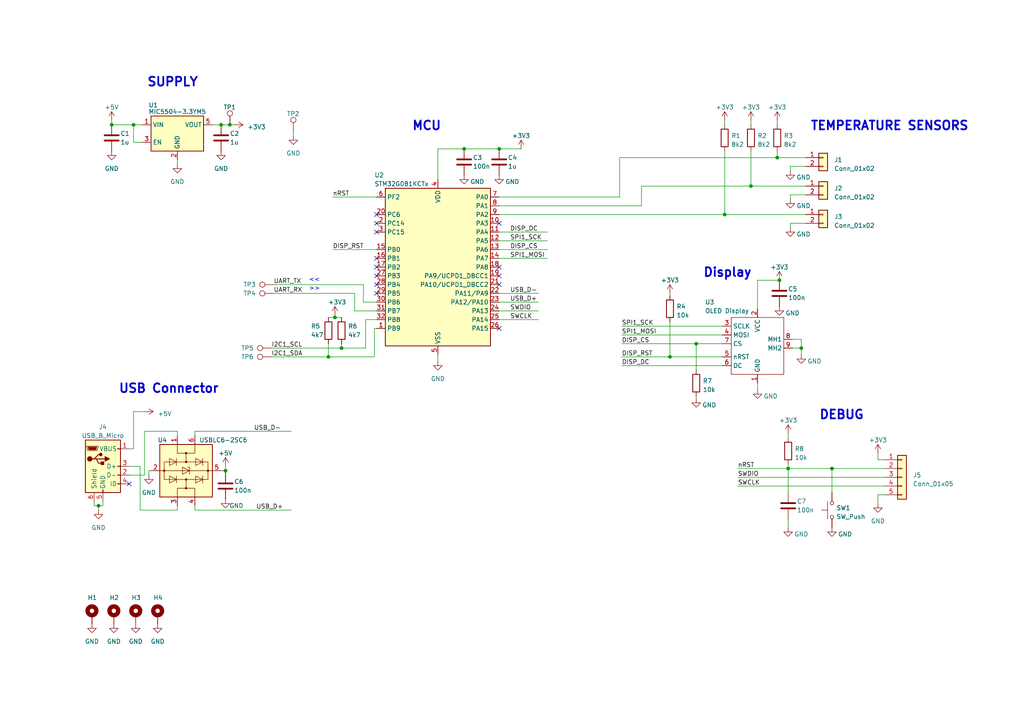
<source format=kicad_sch>
(kicad_sch (version 20230121) (generator eeschema)
  (paper "A4")
  (lib_symbols
    (symbol "Connector:TestPoint" (pin_numbers hide) (pin_names (offset 0.762) hide)
      (property "Reference" "TP" (at 0 6.858 0))
      (property "Value" "TestPoint" (at 0 5.08 0))
      (symbol "TestPoint_0_1"
        (circle (center 0 3.302) (radius 0.762))
      )
      (symbol "TestPoint_1_1"
        (pin passive line (at 0 0 90) (length 2.54) (name "1") (number "1"))
      )
    )
    (symbol "Connector:USB_B_Micro" (pin_names (offset 1.016))
      (property "Reference" "J" (at -5.08 11.43 0))
      (property "Value" "USB_B_Micro" (at -5.08 8.89 0))
      (symbol "USB_B_Micro_0_1"
        (rectangle (start -5.08 -7.62) (end 5.08 7.62) (stroke (width 0.254)) (fill (type background)))
        (circle (center -3.81 2.159) (radius 0.635) (stroke (width 0.254)) (fill (type outline)))
        (circle (center -0.635 3.429) (radius 0.381) (stroke (width 0.254)) (fill (type outline)))
        (rectangle (start -0.127 -7.62) (end 0.127 -6.858))
        (polyline (pts (xy -1.905 2.159) (xy 0.635 2.159)) (stroke (width 0.254)))
        (polyline (pts (xy -3.175 2.159) (xy -2.54 2.159) (xy -1.27 3.429) (xy -0.635 3.429)) (stroke (width 0.254)))
        (polyline (pts (xy -2.54 2.159) (xy -1.905 2.159) (xy -1.27 0.889) (xy 0 0.889)) (stroke (width 0.254)))
        (polyline (pts (xy 0.635 2.794) (xy 0.635 1.524) (xy 1.905 2.159) (xy 0.635 2.794)) (stroke (width 0.254)) (fill (type outline)))
        (polyline (pts (xy -4.318 5.588) (xy -1.778 5.588) (xy -2.032 4.826) (xy -4.064 4.826) (xy -4.318 5.588)) (fill (type outline)))
        (polyline (pts (xy -4.699 5.842) (xy -4.699 5.588) (xy -4.445 4.826) (xy -4.445 4.572) (xy -1.651 4.572) (xy -1.651 4.826) (xy -1.397 5.588) (xy -1.397 5.842) (xy -4.699 5.842)))
        (rectangle (start 0.254 1.27) (end -0.508 0.508) (stroke (width 0.254)) (fill (type outline)))
        (rectangle (start 5.08 -5.207) (end 4.318 -4.953))
        (rectangle (start 5.08 -2.667) (end 4.318 -2.413))
        (rectangle (start 5.08 -0.127) (end 4.318 0.127))
        (rectangle (start 5.08 4.953) (end 4.318 5.207))
      )
      (symbol "USB_B_Micro_1_1"
        (pin power_out line (at 7.62 5.08 180) (length 2.54) (name "VBUS") (number "1"))
        (pin bidirectional line (at 7.62 -2.54 180) (length 2.54) (name "D-") (number "2"))
        (pin bidirectional line (at 7.62 0 180) (length 2.54) (name "D+") (number "3"))
        (pin passive line (at 7.62 -5.08 180) (length 2.54) (name "ID") (number "4"))
        (pin power_out line (at 0 -10.16 90) (length 2.54) (name "GND") (number "5"))
        (pin passive line (at -2.54 -10.16 90) (length 2.54) (name "Shield") (number "6"))
      )
    )
    (symbol "Connector_Generic:Conn_01x02" (pin_names (offset 1.016) hide)
      (property "Reference" "J" (at 0 2.54 0))
      (property "Value" "Conn_01x02" (at 0 -5.08 0))
      (symbol "Conn_01x02_1_1"
        (rectangle (start -1.27 -2.413) (end 0 -2.667) (stroke (width 0.1524)))
        (rectangle (start -1.27 0.127) (end 0 -0.127) (stroke (width 0.1524)))
        (rectangle (start -1.27 1.27) (end 1.27 -3.81) (stroke (width 0.254)) (fill (type background)))
        (pin passive line (at -5.08 0 0) (length 3.81) (name "Pin_1") (number "1"))
        (pin passive line (at -5.08 -2.54 0) (length 3.81) (name "Pin_2") (number "2"))
      )
    )
    (symbol "Connector_Generic:Conn_01x05" (pin_names (offset 1.016) hide)
      (property "Reference" "J" (at 0 7.62 0))
      (property "Value" "Conn_01x05" (at 0 -7.62 0))
      (symbol "Conn_01x05_1_1"
        (rectangle (start -1.27 -4.953) (end 0 -5.207) (stroke (width 0.1524)))
        (rectangle (start -1.27 -2.413) (end 0 -2.667) (stroke (width 0.1524)))
        (rectangle (start -1.27 0.127) (end 0 -0.127) (stroke (width 0.1524)))
        (rectangle (start -1.27 2.667) (end 0 2.413) (stroke (width 0.1524)))
        (rectangle (start -1.27 5.207) (end 0 4.953) (stroke (width 0.1524)))
        (rectangle (start -1.27 6.35) (end 1.27 -6.35) (stroke (width 0.254)) (fill (type background)))
        (pin passive line (at -5.08 5.08 0) (length 3.81) (name "Pin_1") (number "1"))
        (pin passive line (at -5.08 2.54 0) (length 3.81) (name "Pin_2") (number "2"))
        (pin passive line (at -5.08 0 0) (length 3.81) (name "Pin_3") (number "3"))
        (pin passive line (at -5.08 -2.54 0) (length 3.81) (name "Pin_4") (number "4"))
        (pin passive line (at -5.08 -5.08 0) (length 3.81) (name "Pin_5") (number "5"))
      )
    )
    (symbol "Device:C" (pin_numbers hide) (pin_names (offset 0.254))
      (property "Reference" "C" (at 0.635 2.54 0))
      (property "Value" "C" (at 0.635 -2.54 0))
      (symbol "C_0_1"
        (polyline (pts (xy -2.032 -0.762) (xy 2.032 -0.762)) (stroke (width 0.508)))
        (polyline (pts (xy -2.032 0.762) (xy 2.032 0.762)) (stroke (width 0.508)))
      )
      (symbol "C_1_1"
        (pin passive line (at 0 3.81 270) (length 2.794) (name "~") (number "1"))
        (pin passive line (at 0 -3.81 90) (length 2.794) (name "~") (number "2"))
      )
    )
    (symbol "Device:R" (pin_numbers hide) (pin_names (offset 0))
      (property "Reference" "R" (at 2.032 0 90))
      (property "Value" "R" (at 0 0 90))
      (symbol "R_0_1"
        (rectangle (start -1.016 -2.54) (end 1.016 2.54) (stroke (width 0.254)))
      )
      (symbol "R_1_1"
        (pin passive line (at 0 3.81 270) (length 1.27) (name "~") (number "1"))
        (pin passive line (at 0 -3.81 90) (length 1.27) (name "~") (number "2"))
      )
    )
    (symbol "MCU_ST_STM32G0:STM32G0B1KCTx"
      (property "Reference" "U" (at -15.24 24.13 0))
      (property "Value" "STM32G0B1KCTx" (at 2.54 24.13 0))
      (symbol "STM32G0B1KCTx_0_1"
        (rectangle (start -15.24 -22.86) (end 15.24 22.86) (stroke (width 0.254)) (fill (type background)))
      )
      (symbol "STM32G0B1KCTx_1_1"
        (pin bidirectional line (at -17.78 -17.78 0) (length 2.54) (name "PB9") (number "1"))
        (pin bidirectional line (at 17.78 12.7 180) (length 2.54) (name "PA3") (number "10"))
        (pin bidirectional line (at 17.78 10.16 180) (length 2.54) (name "PA4") (number "11"))
        (pin bidirectional line (at 17.78 7.62 180) (length 2.54) (name "PA5") (number "12"))
        (pin bidirectional line (at 17.78 5.08 180) (length 2.54) (name "PA6") (number "13"))
        (pin bidirectional line (at 17.78 2.54 180) (length 2.54) (name "PA7") (number "14"))
        (pin bidirectional line (at -17.78 5.08 0) (length 2.54) (name "PB0") (number "15"))
        (pin bidirectional line (at -17.78 2.54 0) (length 2.54) (name "PB1") (number "16"))
        (pin bidirectional line (at -17.78 0 0) (length 2.54) (name "PB2") (number "17"))
        (pin bidirectional line (at 17.78 0 180) (length 2.54) (name "PA8") (number "18"))
        (pin bidirectional line (at 17.78 -2.54 180) (length 2.54) (name "PA9/UCPD1_DBCC1") (number "19"))
        (pin bidirectional line (at -17.78 12.7 0) (length 2.54) (name "PC14") (number "2"))
        (pin bidirectional line (at -17.78 15.24 0) (length 2.54) (name "PC6") (number "20"))
        (pin bidirectional line (at 17.78 -5.08 180) (length 2.54) (name "PA10/UCPD1_DBCC2") (number "21"))
        (pin bidirectional line (at 17.78 -7.62 180) (length 2.54) (name "PA11/PA9") (number "22"))
        (pin bidirectional line (at 17.78 -10.16 180) (length 2.54) (name "PA12/PA10") (number "23"))
        (pin bidirectional line (at 17.78 -12.7 180) (length 2.54) (name "PA13") (number "24"))
        (pin bidirectional line (at 17.78 -15.24 180) (length 2.54) (name "PA14") (number "25"))
        (pin bidirectional line (at 17.78 -17.78 180) (length 2.54) (name "PA15") (number "26"))
        (pin bidirectional line (at -17.78 -2.54 0) (length 2.54) (name "PB3") (number "27"))
        (pin bidirectional line (at -17.78 -5.08 0) (length 2.54) (name "PB4") (number "28"))
        (pin bidirectional line (at -17.78 -7.62 0) (length 2.54) (name "PB5") (number "29"))
        (pin bidirectional line (at -17.78 10.16 0) (length 2.54) (name "PC15") (number "3"))
        (pin bidirectional line (at -17.78 -10.16 0) (length 2.54) (name "PB6") (number "30"))
        (pin bidirectional line (at -17.78 -12.7 0) (length 2.54) (name "PB7") (number "31"))
        (pin bidirectional line (at -17.78 -15.24 0) (length 2.54) (name "PB8") (number "32"))
        (pin power_in line (at 0 25.4 270) (length 2.54) (name "VDD") (number "4"))
        (pin power_in line (at 0 -25.4 90) (length 2.54) (name "VSS") (number "5"))
        (pin bidirectional line (at -17.78 20.32 0) (length 2.54) (name "PF2") (number "6"))
        (pin bidirectional line (at 17.78 20.32 180) (length 2.54) (name "PA0") (number "7"))
        (pin bidirectional line (at 17.78 17.78 180) (length 2.54) (name "PA1") (number "8"))
        (pin bidirectional line (at 17.78 15.24 180) (length 2.54) (name "PA2") (number "9"))
      )
    )
    (symbol "Mechanical:MountingHole_Pad" (pin_numbers hide) (pin_names (offset 1.016) hide)
      (property "Reference" "H" (at 0 6.35 0))
      (property "Value" "MountingHole_Pad" (at 0 4.445 0))
      (symbol "MountingHole_Pad_0_1"
        (circle (center 0 1.27) (radius 1.27) (stroke (width 1.27)))
      )
      (symbol "MountingHole_Pad_1_1"
        (pin input line (at 0 -2.54 90) (length 2.54) (name "1") (number "1"))
      )
    )
    (symbol "Power_Protection:USBLC6-2SC6" (pin_names hide)
      (property "Reference" "U" (at 2.54 8.89 0))
      (property "Value" "USBLC6-2SC6" (at 2.54 -8.89 0))
      (symbol "USBLC6-2SC6_0_1"
        (rectangle (start -7.62 -7.62) (end 7.62 7.62) (stroke (width 0.254)) (fill (type background)))
        (circle (center -5.08 0) (radius 0.254) (fill (type outline)))
        (circle (center -2.54 0) (radius 0.254) (fill (type outline)))
        (rectangle (start -2.54 6.35) (end 2.54 -6.35))
        (circle (center 0 -6.35) (radius 0.254) (fill (type outline)))
        (polyline (pts (xy -5.08 -2.54) (xy -7.62 -2.54)))
        (polyline (pts (xy -5.08 0) (xy -5.08 -2.54)))
        (polyline (pts (xy -5.08 2.54) (xy -7.62 2.54)))
        (polyline (pts (xy -1.524 -2.794) (xy -3.556 -2.794)))
        (polyline (pts (xy -1.524 4.826) (xy -3.556 4.826)))
        (polyline (pts (xy 0 -7.62) (xy 0 -6.35)))
        (polyline (pts (xy 0 -6.35) (xy 0 1.27)))
        (polyline (pts (xy 0 1.27) (xy 0 6.35)))
        (polyline (pts (xy 0 6.35) (xy 0 7.62)))
        (polyline (pts (xy 1.524 -2.794) (xy 3.556 -2.794)))
        (polyline (pts (xy 1.524 4.826) (xy 3.556 4.826)))
        (polyline (pts (xy 5.08 -2.54) (xy 7.62 -2.54)))
        (polyline (pts (xy 5.08 0) (xy 5.08 -2.54)))
        (polyline (pts (xy 5.08 2.54) (xy 7.62 2.54)))
        (polyline (pts (xy -2.54 0) (xy -5.08 0) (xy -5.08 2.54)))
        (polyline (pts (xy 2.54 0) (xy 5.08 0) (xy 5.08 2.54)))
        (polyline (pts (xy -3.556 -4.826) (xy -1.524 -4.826) (xy -2.54 -2.794) (xy -3.556 -4.826)))
        (polyline (pts (xy -3.556 2.794) (xy -1.524 2.794) (xy -2.54 4.826) (xy -3.556 2.794)))
        (polyline (pts (xy -1.016 -1.016) (xy 1.016 -1.016) (xy 0 1.016) (xy -1.016 -1.016)))
        (polyline (pts (xy 1.016 1.016) (xy 0.762 1.016) (xy -1.016 1.016) (xy -1.016 0.508)))
        (polyline (pts (xy 3.556 -4.826) (xy 1.524 -4.826) (xy 2.54 -2.794) (xy 3.556 -4.826)))
        (polyline (pts (xy 3.556 2.794) (xy 1.524 2.794) (xy 2.54 4.826) (xy 3.556 2.794)))
        (circle (center 0 6.35) (radius 0.254) (fill (type outline)))
        (circle (center 2.54 0) (radius 0.254) (fill (type outline)))
        (circle (center 5.08 0) (radius 0.254) (fill (type outline)))
      )
      (symbol "USBLC6-2SC6_1_1"
        (pin passive line (at -10.16 -2.54 0) (length 2.54) (name "I/O1") (number "1"))
        (pin passive line (at 0 -10.16 90) (length 2.54) (name "GND") (number "2"))
        (pin passive line (at 10.16 -2.54 180) (length 2.54) (name "I/O2") (number "3"))
        (pin passive line (at 10.16 2.54 180) (length 2.54) (name "I/O2") (number "4"))
        (pin passive line (at 0 10.16 270) (length 2.54) (name "VBUS") (number "5"))
        (pin passive line (at -10.16 2.54 0) (length 2.54) (name "I/O1") (number "6"))
      )
    )
    (symbol "Regulator_Linear:MIC5504-3.3YM5"
      (property "Reference" "U" (at -7.62 8.89 0))
      (property "Value" "MIC5504-3.3YM5" (at -7.62 6.35 0))
      (symbol "MIC5504-3.3YM5_0_1"
        (rectangle (start -7.62 -5.08) (end 7.62 5.08) (stroke (width 0.254)) (fill (type background)))
      )
      (symbol "MIC5504-3.3YM5_1_1"
        (pin power_in line (at -10.16 2.54 0) (length 2.54) (name "VIN") (number "1"))
        (pin power_in line (at 0 -7.62 90) (length 2.54) (name "GND") (number "2"))
        (pin input line (at -10.16 -2.54 0) (length 2.54) (name "EN") (number "3"))
        (pin no_connect line (at 7.62 -2.54 180) (length 2.54) hide (name "NC") (number "4"))
        (pin power_out line (at 10.16 2.54 180) (length 2.54) (name "VOUT") (number "5"))
      )
    )
    (symbol "Switch:SW_Push" (pin_numbers hide) (pin_names (offset 1.016) hide)
      (property "Reference" "SW" (at 1.27 2.54 0))
      (property "Value" "SW_Push" (at 0 -1.524 0))
      (symbol "SW_Push_0_1"
        (circle (center -2.032 0) (radius 0.508))
        (polyline (pts (xy 0 1.27) (xy 0 3.048)))
        (polyline (pts (xy 2.54 1.27) (xy -2.54 1.27)))
        (circle (center 2.032 0) (radius 0.508))
        (pin passive line (at -5.08 0 0) (length 2.54) (name "1") (number "1"))
        (pin passive line (at 5.08 0 180) (length 2.54) (name "2") (number "2"))
      )
    )
    (symbol "personal-lib:1,3''_SPI_OLED_Display,_64x128"
      (property "Reference" "U" (at -6.35 2.54 0))
      (property "Value" "OLED Display" (at 0 0 0))
      (symbol "1,3''_SPI_OLED_Display,_64x128_1_1"
        (rectangle (start 2.54 -2.54) (end 17.78 -19.05))
        (pin passive line (at 10.16 -21.59 90) (length 2.54) (name "GND") (number "1"))
        (pin passive line (at 10.16 0 270) (length 2.54) (name "VCC") (number "2"))
        (pin input line (at 0 -5.08 0) (length 2.54) (name "SCLK") (number "3"))
        (pin input line (at 0 -7.62 0) (length 2.54) (name "MOSI") (number "4"))
        (pin input line (at 0 -13.97 0) (length 2.54) (name "nRST") (number "5"))
        (pin input line (at 0 -16.51 0) (length 2.54) (name "DC") (number "6"))
        (pin input line (at 0 -10.16 0) (length 2.54) (name "CS") (number "7"))
        (pin passive line (at 20.32 -8.89 180) (length 2.54) (name "MH1") (number "8"))
        (pin passive line (at 20.32 -11.43 180) (length 2.54) (name "MH2") (number "9"))
      )
    )
    (symbol "power:+3V3" (power) (pin_names (offset 0))
      (property "Value" "+3V3" (at 0 3.556 0))
      (symbol "+3V3_0_1"
        (polyline (pts (xy -0.762 1.27) (xy 0 2.54)))
        (polyline (pts (xy 0 0) (xy 0 2.54)))
        (polyline (pts (xy 0 2.54) (xy 0.762 1.27)))
      )
      (symbol "+3V3_1_1"
        (pin power_in line (at 0 0 90) (length 0) hide (name "+3V3") (number "1"))
      )
    )
    (symbol "power:+5V" (power) (pin_names (offset 0))
      (property "Value" "+5V" (at 0 3.556 0))
      (symbol "+5V_0_1"
        (polyline (pts (xy -0.762 1.27) (xy 0 2.54)))
        (polyline (pts (xy 0 0) (xy 0 2.54)))
        (polyline (pts (xy 0 2.54) (xy 0.762 1.27)))
      )
      (symbol "+5V_1_1"
        (pin power_in line (at 0 0 90) (length 0) hide (name "+5V") (number "1"))
      )
    )
    (symbol "power:GND" (power) (pin_names (offset 0))
      (property "Value" "GND" (at 0 -3.81 0))
      (symbol "GND_0_1"
        (polyline (pts (xy 0 0) (xy 0 -1.27) (xy 1.27 -1.27) (xy 0 -2.54) (xy -1.27 -1.27) (xy 0 -1.27)))
      )
      (symbol "GND_1_1"
        (pin power_in line (at 0 0 270) (length 0) hide (name "GND") (number "1"))
      )
    )
  )
  (junction (at 95.25 103.505))
  (junction (at 232.41 100.965))
  (junction (at 38.735 36.195))
  (junction (at 64.135 36.195))
  (junction (at 228.6 135.89))
  (junction (at 99.06 100.965))
  (junction (at 194.31 103.505))
  (junction (at 225.425 45.72))
  (junction (at 28.575 146.685))
  (junction (at 65.405 136.525))
  (junction (at 97.155 92.075))
  (junction (at 144.78 43.18))
  (junction (at 134.62 43.18))
  (junction (at 241.3 135.89))
  (junction (at 66.675 36.195))
  (junction (at 217.805 53.975))
  (junction (at 32.385 36.195))
  (junction (at 226.06 81.28))
  (junction (at 210.185 62.23))
  (junction (at 201.93 99.695))
  (no_connect (at 144.78 80.01))
  (no_connect (at 109.22 74.93))
  (no_connect (at 109.22 77.47))
  (no_connect (at 144.78 77.47))
  (no_connect (at 109.22 64.77))
  (no_connect (at 109.22 62.23))
  (no_connect (at 144.78 82.55))
  (no_connect (at 37.465 140.335))
  (no_connect (at 109.22 85.09))
  (no_connect (at 144.78 95.25))
  (no_connect (at 109.22 67.31))
  (no_connect (at 109.22 82.55))
  (no_connect (at 144.78 64.77))
  (no_connect (at 109.22 80.01))
  (wire (pts (xy 229.235 49.53) (xy 229.235 48.26)))
  (wire (pts (xy 56.515 125.095) (xy 56.515 126.365)))
  (wire (pts (xy 102.87 90.17) (xy 102.87 85.09)))
  (wire (pts (xy 99.06 99.695) (xy 99.06 100.965)))
  (wire (pts (xy 40.64 147.955) (xy 51.435 147.955)))
  (wire (pts (xy 217.805 53.975) (xy 233.68 53.975)))
  (wire (pts (xy 41.91 125.095) (xy 41.91 137.795)))
  (wire (pts (xy 108.585 95.25) (xy 108.585 103.505)))
  (wire (pts (xy 180.34 103.505) (xy 194.31 103.505)))
  (wire (pts (xy 56.515 125.095) (xy 84.455 125.095)))
  (wire (pts (xy 37.465 135.255) (xy 40.64 135.255)))
  (wire (pts (xy 144.78 92.71) (xy 156.21 92.71)))
  (wire (pts (xy 32.385 36.195) (xy 38.735 36.195)))
  (wire (pts (xy 38.735 119.38) (xy 38.735 130.175)))
  (wire (pts (xy 144.78 74.93) (xy 158.75 74.93)))
  (wire (pts (xy 66.675 36.195) (xy 67.945 36.195)))
  (wire (pts (xy 228.6 125.73) (xy 228.6 127)))
  (wire (pts (xy 228.6 153.035) (xy 228.6 150.495)))
  (wire (pts (xy 180.34 99.695) (xy 201.93 99.695)))
  (wire (pts (xy 201.93 99.695) (xy 201.93 107.315)))
  (wire (pts (xy 229.235 56.515) (xy 233.68 56.515)))
  (wire (pts (xy 144.78 72.39) (xy 158.75 72.39)))
  (wire (pts (xy 194.31 93.345) (xy 194.31 103.505)))
  (wire (pts (xy 79.375 85.09) (xy 102.87 85.09)))
  (wire (pts (xy 38.735 130.175) (xy 37.465 130.175)))
  (wire (pts (xy 79.375 82.55) (xy 105.41 82.55)))
  (wire (pts (xy 180.34 94.615) (xy 209.55 94.615)))
  (wire (pts (xy 229.235 64.77) (xy 229.235 66.04)))
  (wire (pts (xy 219.71 113.03) (xy 219.71 111.125)))
  (wire (pts (xy 51.435 146.685) (xy 51.435 147.955)))
  (wire (pts (xy 179.705 45.72) (xy 179.705 57.15)))
  (wire (pts (xy 219.71 81.28) (xy 219.71 89.535)))
  (wire (pts (xy 254.635 143.51) (xy 254.635 146.05)))
  (wire (pts (xy 228.6 134.62) (xy 228.6 135.89)))
  (wire (pts (xy 144.78 87.63) (xy 156.21 87.63)))
  (wire (pts (xy 228.6 135.89) (xy 241.3 135.89)))
  (wire (pts (xy 56.515 146.685) (xy 56.515 147.955)))
  (wire (pts (xy 217.805 34.925) (xy 217.805 36.195)))
  (wire (pts (xy 105.41 87.63) (xy 109.22 87.63)))
  (wire (pts (xy 78.74 100.965) (xy 99.06 100.965)))
  (wire (pts (xy 201.93 114.935) (xy 201.93 115.57)))
  (wire (pts (xy 151.13 43.18) (xy 144.78 43.18)))
  (wire (pts (xy 210.185 34.925) (xy 210.185 36.195)))
  (wire (pts (xy 105.41 82.55) (xy 105.41 87.63)))
  (wire (pts (xy 144.78 62.23) (xy 210.185 62.23)))
  (wire (pts (xy 106.045 100.965) (xy 106.045 92.71)))
  (wire (pts (xy 85.09 39.37) (xy 85.09 38.1)))
  (wire (pts (xy 229.87 98.425) (xy 232.41 98.425)))
  (wire (pts (xy 144.78 67.31) (xy 158.75 67.31)))
  (wire (pts (xy 254.635 131.445) (xy 254.635 133.35)))
  (wire (pts (xy 28.575 146.685) (xy 28.575 147.955)))
  (wire (pts (xy 226.06 81.28) (xy 219.71 81.28)))
  (wire (pts (xy 99.06 100.965) (xy 106.045 100.965)))
  (wire (pts (xy 180.34 97.155) (xy 209.55 97.155)))
  (wire (pts (xy 186.055 59.69) (xy 144.78 59.69)))
  (wire (pts (xy 232.41 100.965) (xy 232.41 102.87)))
  (wire (pts (xy 180.34 106.045) (xy 209.55 106.045)))
  (wire (pts (xy 229.235 48.26) (xy 233.68 48.26)))
  (wire (pts (xy 40.64 135.255) (xy 40.64 147.955)))
  (wire (pts (xy 65.405 137.16) (xy 65.405 136.525)))
  (wire (pts (xy 233.68 64.77) (xy 229.235 64.77)))
  (wire (pts (xy 144.78 85.09) (xy 156.21 85.09)))
  (wire (pts (xy 95.25 99.695) (xy 95.25 103.505)))
  (wire (pts (xy 144.78 43.18) (xy 134.62 43.18)))
  (wire (pts (xy 194.31 85.725) (xy 194.31 85.09)))
  (wire (pts (xy 78.74 103.505) (xy 95.25 103.505)))
  (wire (pts (xy 144.78 69.85) (xy 158.75 69.85)))
  (wire (pts (xy 213.995 138.43) (xy 256.54 138.43)))
  (wire (pts (xy 41.275 41.275) (xy 38.735 41.275)))
  (wire (pts (xy 97.155 92.075) (xy 99.06 92.075)))
  (wire (pts (xy 194.31 103.505) (xy 209.55 103.505)))
  (wire (pts (xy 38.735 36.195) (xy 41.275 36.195)))
  (wire (pts (xy 65.405 135.255) (xy 65.405 136.525)))
  (wire (pts (xy 38.735 41.275) (xy 38.735 36.195)))
  (wire (pts (xy 201.93 99.695) (xy 209.55 99.695)))
  (wire (pts (xy 95.25 92.075) (xy 97.155 92.075)))
  (wire (pts (xy 109.22 90.17) (xy 102.87 90.17)))
  (wire (pts (xy 217.805 43.815) (xy 217.805 53.975)))
  (wire (pts (xy 228.6 135.89) (xy 228.6 142.875)))
  (wire (pts (xy 28.575 146.685) (xy 27.305 146.685)))
  (wire (pts (xy 96.52 57.15) (xy 109.22 57.15)))
  (wire (pts (xy 241.3 135.89) (xy 256.54 135.89)))
  (wire (pts (xy 229.87 100.965) (xy 232.41 100.965)))
  (wire (pts (xy 217.805 53.975) (xy 186.055 53.975)))
  (wire (pts (xy 225.425 34.925) (xy 225.425 36.195)))
  (wire (pts (xy 64.135 36.195) (xy 66.675 36.195)))
  (wire (pts (xy 65.405 136.525) (xy 64.135 136.525)))
  (wire (pts (xy 43.18 136.525) (xy 43.815 136.525)))
  (wire (pts (xy 97.155 91.44) (xy 97.155 92.075)))
  (wire (pts (xy 29.845 145.415) (xy 29.845 146.685)))
  (wire (pts (xy 51.435 125.095) (xy 41.91 125.095)))
  (wire (pts (xy 144.78 57.15) (xy 179.705 57.15)))
  (wire (pts (xy 106.045 92.71) (xy 109.22 92.71)))
  (wire (pts (xy 127 102.87) (xy 127 104.775)))
  (wire (pts (xy 254.635 133.35) (xy 256.54 133.35)))
  (wire (pts (xy 51.435 46.355) (xy 51.435 47.625)))
  (wire (pts (xy 144.78 90.17) (xy 156.21 90.17)))
  (wire (pts (xy 43.18 136.525) (xy 43.18 137.795)))
  (wire (pts (xy 256.54 143.51) (xy 254.635 143.51)))
  (wire (pts (xy 241.3 135.89) (xy 241.3 142.875)))
  (wire (pts (xy 61.595 36.195) (xy 64.135 36.195)))
  (wire (pts (xy 27.305 145.415) (xy 27.305 146.685)))
  (wire (pts (xy 38.735 119.38) (xy 41.91 119.38)))
  (wire (pts (xy 108.585 95.25) (xy 109.22 95.25)))
  (wire (pts (xy 229.235 57.785) (xy 229.235 56.515)))
  (wire (pts (xy 96.52 72.39) (xy 109.22 72.39)))
  (wire (pts (xy 51.435 126.365) (xy 51.435 125.095)))
  (wire (pts (xy 127 43.18) (xy 127 52.07)))
  (wire (pts (xy 134.62 43.18) (xy 127 43.18)))
  (wire (pts (xy 37.465 137.795) (xy 41.91 137.795)))
  (wire (pts (xy 225.425 45.72) (xy 225.425 43.815)))
  (wire (pts (xy 186.055 53.975) (xy 186.055 59.69)))
  (wire (pts (xy 233.68 62.23) (xy 210.185 62.23)))
  (wire (pts (xy 213.995 135.89) (xy 228.6 135.89)))
  (wire (pts (xy 56.515 147.955) (xy 84.455 147.955)))
  (wire (pts (xy 95.25 103.505) (xy 108.585 103.505)))
  (wire (pts (xy 213.995 140.97) (xy 256.54 140.97)))
  (wire (pts (xy 233.68 45.72) (xy 225.425 45.72)))
  (wire (pts (xy 32.385 36.195) (xy 32.385 34.925)))
  (wire (pts (xy 225.425 45.72) (xy 179.705 45.72)))
  (wire (pts (xy 232.41 98.425) (xy 232.41 100.965)))
  (wire (pts (xy 29.845 146.685) (xy 28.575 146.685)))
  (wire (pts (xy 210.185 62.23) (xy 210.185 43.815)))
  (text "DEBUG" (at 237.49 121.92 0) (effects (font (size 2.54 2.54) (thickness 0.508) bold) (justify left bottom)))
  (text "USB Connector" (at 34.29 114.3 0) (effects (font (size 2.54 2.54) (thickness 0.508) bold) (justify left bottom)))
  (text "MCU" (at 119.38 38.1 0) (effects (font (size 2.54 2.54) (thickness 0.508) bold) (justify left bottom)))
  (text ">>" (at 89.535 84.455 0) (effects (font (size 1.27 1.27)) (justify left bottom)))
  (text "SUPPLY" (at 42.545 25.4 0) (effects (font (size 2.54 2.54) (thickness 0.508) bold) (justify left bottom)))
  (text "Display" (at 203.835 80.645 0) (effects (font (size 2.54 2.54) (thickness 0.508) bold) (justify left bottom)))
  (text "TEMPERATURE SENSORS" (at 234.95 38.1 0) (effects (font (size 2.54 2.54) (thickness 0.508) bold) (justify left bottom)))
  (text "<<" (at 89.535 81.915 0) (effects (font (size 1.27 1.27)) (justify left bottom)))
  (label "USB_D-" (at 147.955 85.09 0))
  (label "DISP_RST" (at 96.52 72.39 0))
  (label "SPI1_SCK" (at 180.34 94.615 0))
  (label "USB_D-" (at 73.66 125.095 0))
  (label "DISP_DC" (at 180.34 106.045 0))
  (label "I2C1_SDA" (at 78.74 103.505 0))
  (label "SWCLK" (at 147.955 92.71 0))
  (label "DISP_CS" (at 147.955 72.39 0))
  (label "SWDIO" (at 147.955 90.17 0))
  (label "UART_TX" (at 79.375 82.55 0))
  (label "USB_D+" (at 74.295 147.955 0))
  (label "nRST" (at 213.995 135.89 0))
  (label "DISP_DC" (at 147.955 67.31 0))
  (label "SPI1_MOSI" (at 147.955 74.93 0))
  (label "USB_D+" (at 147.955 87.63 0))
  (label "UART_RX" (at 79.375 85.09 0))
  (label "I2C1_SCL" (at 78.74 100.965 0))
  (label "DISP_CS" (at 180.34 99.695 0))
  (label "nRST" (at 96.52 57.15 0))
  (label "SPI1_SCK" (at 147.955 69.85 0))
  (label "SPI1_MOSI" (at 180.34 97.155 0))
  (label "SWDIO" (at 213.995 138.43 0))
  (label "SWCLK" (at 213.995 140.97 0))
  (label "DISP_RST" (at 180.34 103.505 0))
  (symbol (lib_id "power:+5V") (at 32.385 34.925 0) (unit 1)
    (property "Reference" "#PWR01" (effects hide))
    (property "Value" "+5V" (at 32.385 31.115 0))
  )
  (symbol (lib_id "power:GND") (at 219.71 113.03 0) (unit 1)
    (property "Reference" "#PWR022" (effects hide))
    (property "Value" "GND" (at 223.52 114.935 0))
  )
  (symbol (lib_id "Device:R") (at 210.185 40.005 0) (unit 1)
    (property "Reference" "R1" (at 212.09 39.37 0) (effects (justify left)))
    (property "Value" "8k2" (at 212.09 41.91 0) (effects (justify left)))
    (property "Footprint" "Resistor_SMD:R_0603_1608Metric_Pad0.98x0.95mm_HandSolder" (effects hide))
  )
  (symbol (lib_id "power:+3V3") (at 151.13 43.18 0) (unit 1)
    (property "Reference" "#PWR07" (effects hide))
    (property "Value" "+3V3" (at 151.13 39.37 0))
  )
  (symbol (lib_id "power:+5V") (at 65.405 135.255 0) (unit 1)
    (property "Reference" "#PWR027" (effects hide))
    (property "Value" "+5V" (at 65.405 131.445 0))
  )
  (symbol (lib_id "power:GND") (at 32.385 43.815 0) (unit 1)
    (property "Reference" "#PWR08" (effects hide))
    (property "Value" "GND" (at 32.385 48.895 0))
  )
  (symbol (lib_id "Device:C") (at 144.78 46.99 0) (unit 1)
    (property "Reference" "C4" (at 147.32 45.72 0) (effects (justify left)))
    (property "Value" "1u" (at 147.32 48.26 0) (effects (justify left)))
    (property "Footprint" "Capacitor_SMD:C_1206_3216Metric_Pad1.33x1.80mm_HandSolder" (effects hide))
  )
  (symbol (lib_id "Connector_Generic:Conn_01x02") (at 238.76 53.975 0) (unit 1)
    (property "Reference" "J2" (at 241.935 54.61 0) (effects (justify left)))
    (property "Value" "Conn_01x02" (at 241.935 57.15 0) (effects (justify left)))
    (property "Footprint" "Connector_PinHeader_2.54mm:PinHeader_1x02_P2.54mm_Horizontal" (effects hide))
  )
  (symbol (lib_id "power:GND") (at 39.37 180.975 0) (unit 1)
    (property "Reference" "#PWR036" (effects hide))
    (property "Value" "GND" (at 39.37 186.055 0))
  )
  (symbol (lib_id "power:+3V3") (at 97.155 91.44 0) (unit 1)
    (property "Reference" "#PWR019" (effects hide))
    (property "Value" "+3V3" (at 97.79 87.63 0))
  )
  (symbol (lib_id "Device:R") (at 217.805 40.005 0) (unit 1)
    (property "Reference" "R2" (at 219.71 39.37 0) (effects (justify left)))
    (property "Value" "8k2" (at 219.71 41.91 0) (effects (justify left)))
    (property "Footprint" "Resistor_SMD:R_0603_1608Metric_Pad0.98x0.95mm_HandSolder" (effects hide))
  )
  (symbol (lib_id "Connector_Generic:Conn_01x02") (at 238.76 45.72 0) (unit 1)
    (property "Reference" "J1" (at 241.935 46.355 0) (effects (justify left)))
    (property "Value" "Conn_01x02" (at 241.935 48.895 0) (effects (justify left)))
    (property "Footprint" "Connector_PinHeader_2.54mm:PinHeader_1x02_P2.54mm_Horizontal" (effects hide))
  )
  (symbol (lib_id "power:GND") (at 127 104.775 0) (unit 1)
    (property "Reference" "#PWR021" (effects hide))
    (property "Value" "GND" (at 127 109.855 0))
  )
  (symbol (lib_id "power:GND") (at 254.635 146.05 0) (unit 1)
    (property "Reference" "#PWR030" (effects hide))
    (property "Value" "GND" (at 254.635 151.13 0))
  )
  (symbol (lib_id "power:GND") (at 26.67 180.975 0) (unit 1)
    (property "Reference" "#PWR034" (effects hide))
    (property "Value" "GND" (at 26.67 186.055 0))
  )
  (symbol (lib_id "power:+3V3") (at 226.06 81.28 0) (unit 1)
    (property "Reference" "#PWR016" (effects hide))
    (property "Value" "+3V3" (at 226.06 77.47 0))
  )
  (symbol (lib_id "power:GND") (at 229.235 49.53 0) (unit 1)
    (property "Reference" "#PWR011" (effects hide))
    (property "Value" "GND" (at 233.045 51.435 0))
  )
  (symbol (lib_id "Device:C") (at 134.62 46.99 0) (unit 1)
    (property "Reference" "C3" (at 137.16 45.72 0) (effects (justify left)))
    (property "Value" "100n" (at 137.16 48.26 0) (effects (justify left)))
    (property "Footprint" "Capacitor_SMD:C_0603_1608Metric_Pad1.08x0.95mm_HandSolder" (effects hide))
    (property "LCSC" "C14663" (effects hide))
  )
  (symbol (lib_id "Connector:TestPoint") (at 79.375 82.55 90) (unit 1)
    (property "Reference" "TP3" (at 72.39 82.55 90))
    (property "Value" "TestPoint" (effects hide))
    (property "Footprint" "TestPoint:TestPoint_Pad_D1.5mm" (effects hide))
  )
  (symbol (lib_id "Connector:TestPoint") (at 78.74 103.505 90) (unit 1)
    (property "Reference" "TP6" (at 71.755 103.505 90))
    (property "Value" "TestPoint" (effects hide))
    (property "Footprint" "TestPoint:TestPoint_Pad_D1.5mm" (effects hide))
  )
  (symbol (lib_id "power:GND") (at 144.78 50.8 0) (unit 1)
    (property "Reference" "#PWR013" (effects hide))
    (property "Value" "GND" (at 148.59 52.705 0))
  )
  (symbol (lib_id "Device:R") (at 99.06 95.885 0) (unit 1)
    (property "Reference" "R6" (at 100.965 94.615 0) (effects (justify left)))
    (property "Value" "4k7" (at 100.965 97.155 0) (effects (justify left)))
    (property "Footprint" "Resistor_SMD:R_0603_1608Metric_Pad0.98x0.95mm_HandSolder" (effects hide))
  )
  (symbol (lib_id "Regulator_Linear:MIC5504-3.3YM5") (at 51.435 38.735 0) (unit 1)
    (property "Reference" "U1" (at 44.45 30.48 0))
    (property "Value" "MIC5504-3.3YM5" (at 51.435 32.385 0))
    (property "Footprint" "Package_TO_SOT_SMD:SOT-23-5" (effects hide))
    (property "Datasheet" "http://ww1.microchip.com/downloads/en/DeviceDoc/MIC550X.pdf" (effects hide))
    (property "LCSC" "C3021093" (effects hide))
  )
  (symbol (lib_id "power:GND") (at 226.06 88.9 0) (unit 1)
    (property "Reference" "#PWR018" (effects hide))
    (property "Value" "GND" (at 229.87 90.805 0))
  )
  (symbol (lib_id "Switch:SW_Push") (at 241.3 147.955 90) (unit 1)
    (property "Reference" "SW1" (at 242.57 147.32 90) (effects (justify right)))
    (property "Value" "SW_Push" (at 242.57 149.86 90) (effects (justify right)))
    (property "Footprint" "Button_Switch_SMD:SW_Push_1P1T_NO_CK_KMR2" (effects hide))
    (property "LCSC" "C221675" (effects hide))
  )
  (symbol (lib_id "power:GND") (at 229.235 57.785 0) (unit 1)
    (property "Reference" "#PWR014" (effects hide))
    (property "Value" "GND" (at 233.045 59.69 0))
  )
  (symbol (lib_id "Connector_Generic:Conn_01x05") (at 261.62 138.43 0) (unit 1)
    (property "Reference" "J5" (at 264.795 137.795 0) (effects (justify left)))
    (property "Value" "Conn_01x05" (at 264.795 140.335 0) (effects (justify left)))
    (property "Footprint" "Connector_Molex:Molex_PicoBlade_53261-0571_1x05-1MP_P1.25mm_Horizontal" (effects hide))
  )
  (symbol (lib_id "Device:R") (at 95.25 95.885 0) (unit 1)
    (property "Reference" "R5" (at 90.17 94.615 0) (effects (justify left)))
    (property "Value" "4k7" (at 90.17 97.155 0) (effects (justify left)))
    (property "Footprint" "Resistor_SMD:R_0603_1608Metric_Pad0.98x0.95mm_HandSolder" (effects hide))
  )
  (symbol (lib_id "power:+3V3") (at 194.31 85.09 0) (unit 1)
    (property "Reference" "#PWR017" (effects hide))
    (property "Value" "+3V3" (at 194.31 81.28 0))
  )
  (symbol (lib_id "Mechanical:MountingHole_Pad") (at 45.72 178.435 0) (unit 1)
    (property "Reference" "H4" (at 44.45 173.355 0) (effects (justify left)))
    (property "Value" "MountingHole_Pad" (effects hide))
    (property "Footprint" "MountingHole:MountingHole_2.7mm_M2.5_ISO7380_Pad" (effects hide))
  )
  (symbol (lib_id "power:GND") (at 229.235 66.04 0) (unit 1)
    (property "Reference" "#PWR015" (effects hide))
    (property "Value" "GND" (at 233.045 67.945 0))
  )
  (symbol (lib_id "Device:R") (at 194.31 89.535 0) (unit 1)
    (property "Reference" "R4" (at 196.215 88.9 0) (effects (justify left)))
    (property "Value" "10k" (at 196.215 91.44 0) (effects (justify left)))
    (property "Footprint" "Resistor_SMD:R_0603_1608Metric_Pad0.98x0.95mm_HandSolder" (effects hide))
  )
  (symbol (lib_id "power:GND") (at 201.93 115.57 0) (unit 1)
    (property "Reference" "#PWR023" (effects hide))
    (property "Value" "GND" (at 205.74 117.475 0))
  )
  (symbol (lib_id "power:GND") (at 85.09 39.37 0) (unit 1)
    (property "Reference" "#PWR06" (effects hide))
    (property "Value" "GND" (at 85.09 44.45 0))
  )
  (symbol (lib_id "Mechanical:MountingHole_Pad") (at 26.67 178.435 0) (unit 1)
    (property "Reference" "H1" (at 25.4 173.355 0) (effects (justify left)))
    (property "Value" "MountingHole_Pad" (effects hide))
    (property "Footprint" "MountingHole:MountingHole_2.7mm_M2.5_ISO7380_Pad" (effects hide))
  )
  (symbol (lib_id "Device:C") (at 65.405 140.97 0) (unit 1)
    (property "Reference" "C6" (at 67.945 139.7 0) (effects (justify left)))
    (property "Value" "100n" (at 67.945 142.24 0) (effects (justify left)))
    (property "Footprint" "Capacitor_SMD:C_0603_1608Metric_Pad1.08x0.95mm_HandSolder" (effects hide))
    (property "LCSC" "C14663" (effects hide))
  )
  (symbol (lib_id "Connector_Generic:Conn_01x02") (at 238.76 62.23 0) (unit 1)
    (property "Reference" "J3" (at 241.935 62.865 0) (effects (justify left)))
    (property "Value" "Conn_01x02" (at 241.935 65.405 0) (effects (justify left)))
    (property "Footprint" "Connector_PinHeader_2.54mm:PinHeader_1x02_P2.54mm_Horizontal" (effects hide))
  )
  (symbol (lib_id "Device:C") (at 226.06 85.09 0) (unit 1)
    (property "Reference" "C5" (at 228.6 83.82 0) (effects (justify left)))
    (property "Value" "100n" (at 228.6 86.36 0) (effects (justify left)))
    (property "Footprint" "Capacitor_SMD:C_0603_1608Metric_Pad1.08x0.95mm_HandSolder" (effects hide))
  )
  (symbol (lib_id "Mechanical:MountingHole_Pad") (at 33.02 178.435 0) (unit 1)
    (property "Reference" "H2" (at 31.75 173.355 0) (effects (justify left)))
    (property "Value" "MountingHole_Pad" (effects hide))
    (property "Footprint" "MountingHole:MountingHole_2.7mm_M2.5_ISO7380_Pad" (effects hide))
  )
  (symbol (lib_id "power:+3V3") (at 217.805 34.925 0) (unit 1)
    (property "Reference" "#PWR03" (effects hide))
    (property "Value" "+3V3" (at 217.805 31.115 0))
  )
  (symbol (lib_id "Device:C") (at 64.135 40.005 0) (unit 1)
    (property "Reference" "C2" (at 66.675 38.735 0) (effects (justify left)))
    (property "Value" "1u" (at 66.675 41.275 0) (effects (justify left)))
    (property "Footprint" "Capacitor_SMD:C_1206_3216Metric_Pad1.33x1.80mm_HandSolder" (effects hide))
  )
  (symbol (lib_id "power:+3V3") (at 254.635 131.445 0) (unit 1)
    (property "Reference" "#PWR026" (effects hide))
    (property "Value" "+3V3" (at 254.635 127.635 0))
  )
  (symbol (lib_id "Device:R") (at 225.425 40.005 0) (unit 1)
    (property "Reference" "R3" (at 227.33 39.37 0) (effects (justify left)))
    (property "Value" "8k2" (at 227.33 41.91 0) (effects (justify left)))
    (property "Footprint" "Resistor_SMD:R_0603_1608Metric_Pad0.98x0.95mm_HandSolder" (effects hide))
  )
  (symbol (lib_id "Device:R") (at 228.6 130.81 0) (unit 1)
    (property "Reference" "R8" (at 230.505 130.175 0) (effects (justify left)))
    (property "Value" "10k" (at 230.505 132.715 0) (effects (justify left)))
    (property "Footprint" "Resistor_SMD:R_0603_1608Metric_Pad0.98x0.95mm_HandSolder" (effects hide))
  )
  (symbol (lib_id "Connector:TestPoint") (at 79.375 85.09 90) (unit 1)
    (property "Reference" "TP4" (at 72.39 85.09 90))
    (property "Value" "TestPoint" (effects hide))
    (property "Footprint" "TestPoint:TestPoint_Pad_D1.5mm" (effects hide))
  )
  (symbol (lib_id "power:GND") (at 241.3 153.035 0) (unit 1)
    (property "Reference" "#PWR033" (effects hide))
    (property "Value" "GND" (at 245.11 154.94 0))
  )
  (symbol (lib_id "Connector:TestPoint") (at 78.74 100.965 90) (unit 1)
    (property "Reference" "TP5" (at 71.755 100.965 90))
    (property "Value" "TestPoint" (effects hide))
    (property "Footprint" "TestPoint:TestPoint_Pad_D1.5mm" (effects hide))
  )
  (symbol (lib_id "Connector:TestPoint") (at 66.675 36.195 0) (unit 1)
    (property "Reference" "TP1" (at 64.77 31.115 0) (effects (justify left)))
    (property "Value" "TestPoint" (effects hide))
    (property "Footprint" "TestPoint:TestPoint_Pad_D1.5mm" (effects hide))
  )
  (symbol (lib_id "Power_Protection:USBLC6-2SC6") (at 53.975 136.525 270) (unit 1)
    (property "Reference" "U4" (at 45.72 127.635 90) (effects (justify left)))
    (property "Value" "USBLC6-2SC6" (at 57.785 127.635 90) (effects (justify left)))
    (property "Footprint" "Package_TO_SOT_SMD:SOT-23-6" (effects hide))
    (property "Datasheet" "https://www.st.com/resource/en/datasheet/usblc6-2.pdf" (effects hide))
  )
  (symbol (lib_id "power:GND") (at 43.18 137.795 0) (unit 1)
    (property "Reference" "#PWR028" (effects hide))
    (property "Value" "GND" (at 43.18 142.875 0))
  )
  (symbol (lib_id "personal-lib:1,3''_SPI_OLED_Display,_64x128") (at 209.55 89.535 0) (unit 1)
    (property "Reference" "U3" (at 204.47 87.63 0) (effects (justify left)))
    (property "Value" "OLED Display" (at 204.47 90.17 0) (effects (justify left)))
    (property "Footprint" "personal-lib:SMIH-05VDC-SL-C,OLED_DISPLAY,128x64" (effects hide))
    (property "Datasheet" "https://de.aliexpress.com/item/1005004386387583.html" (effects hide))
  )
  (symbol (lib_id "power:+3V3") (at 67.945 36.195 270) (unit 1)
    (property "Reference" "#PWR05" (effects hide))
    (property "Value" "+3V3" (at 71.755 36.83 90) (effects (justify left)))
  )
  (symbol (lib_id "Mechanical:MountingHole_Pad") (at 39.37 178.435 0) (unit 1)
    (property "Reference" "H3" (at 38.1 173.355 0) (effects (justify left)))
    (property "Value" "MountingHole_Pad" (effects hide))
    (property "Footprint" "MountingHole:MountingHole_2.7mm_M2.5_ISO7380_Pad" (effects hide))
  )
  (symbol (lib_id "MCU_ST_STM32G0:STM32G0B1KCTx") (at 127 77.47 0) (unit 1)
    (property "Reference" "U2" (at 108.585 50.8 0) (effects (justify left)))
    (property "Value" "STM32G0B1KCTx" (at 108.585 53.34 0) (effects (justify left)))
    (property "Footprint" "Package_QFP:LQFP-32_7x7mm_P0.8mm" (effects hide))
    (property "Datasheet" "https://www.st.com/resource/en/datasheet/stm32g0b1kc.pdf" (effects hide))
    (property "LCSC" "C3223248" (effects hide))
  )
  (symbol (lib_id "Device:R") (at 201.93 111.125 0) (unit 1)
    (property "Reference" "R7" (at 203.835 110.49 0) (effects (justify left)))
    (property "Value" "10k" (at 203.835 113.03 0) (effects (justify left)))
    (property "Footprint" "Resistor_SMD:R_0603_1608Metric_Pad0.98x0.95mm_HandSolder" (effects hide))
  )
  (symbol (lib_id "power:GND") (at 228.6 153.035 0) (unit 1)
    (property "Reference" "#PWR032" (effects hide))
    (property "Value" "GND" (at 232.41 154.94 0))
  )
  (symbol (lib_id "power:+3V3") (at 228.6 125.73 0) (unit 1)
    (property "Reference" "#PWR025" (effects hide))
    (property "Value" "+3V3" (at 228.6 121.92 0))
  )
  (symbol (lib_id "Connector:USB_B_Micro") (at 29.845 135.255 0) (unit 1)
    (property "Reference" "J4" (at 29.845 123.825 0))
    (property "Value" "USB_B_Micro" (at 29.845 126.365 0))
    (property "Footprint" "Connector_USB:USB_Micro-B_Amphenol_10118194_Horizontal" (effects hide))
    (property "LCSC" "C132563" (effects hide))
  )
  (symbol (lib_id "power:GND") (at 232.41 102.87 0) (unit 1)
    (property "Reference" "#PWR020" (effects hide))
    (property "Value" "GND" (at 236.22 104.775 0))
  )
  (symbol (lib_id "Device:C") (at 228.6 146.685 0) (unit 1)
    (property "Reference" "C7" (at 231.14 145.415 0) (effects (justify left)))
    (property "Value" "100n" (at 231.14 147.955 0) (effects (justify left)))
    (property "Footprint" "Capacitor_SMD:C_0603_1608Metric_Pad1.08x0.95mm_HandSolder" (effects hide))
  )
  (symbol (lib_id "power:+5V") (at 41.91 119.38 270) (unit 1)
    (property "Reference" "#PWR024" (effects hide))
    (property "Value" "+5V" (at 45.72 120.015 90) (effects (justify left)))
  )
  (symbol (lib_id "power:GND") (at 64.135 43.815 0) (unit 1)
    (property "Reference" "#PWR09" (effects hide))
    (property "Value" "GND" (at 64.135 48.895 0))
  )
  (symbol (lib_id "power:+3V3") (at 210.185 34.925 0) (unit 1)
    (property "Reference" "#PWR02" (effects hide))
    (property "Value" "+3V3" (at 210.185 31.115 0))
  )
  (symbol (lib_id "Device:C") (at 32.385 40.005 0) (unit 1)
    (property "Reference" "C1" (at 34.925 38.735 0) (effects (justify left)))
    (property "Value" "1u" (at 34.925 41.275 0) (effects (justify left)))
    (property "Footprint" "Capacitor_SMD:C_1206_3216Metric_Pad1.33x1.80mm_HandSolder" (effects hide))
  )
  (symbol (lib_id "power:GND") (at 28.575 147.955 0) (unit 1)
    (property "Reference" "#PWR031" (effects hide))
    (property "Value" "GND" (at 28.575 153.035 0))
  )
  (symbol (lib_id "Connector:TestPoint") (at 85.09 38.1 0) (unit 1)
    (property "Reference" "TP2" (at 83.185 33.02 0) (effects (justify left)))
    (property "Value" "TestPoint" (effects hide))
    (property "Footprint" "TestPoint:TestPoint_Pad_D1.5mm" (effects hide))
  )
  (symbol (lib_id "power:GND") (at 45.72 180.975 0) (unit 1)
    (property "Reference" "#PWR037" (effects hide))
    (property "Value" "GND" (at 45.72 186.055 0))
  )
  (symbol (lib_id "power:GND") (at 33.02 180.975 0) (unit 1)
    (property "Reference" "#PWR035" (effects hide))
    (property "Value" "GND" (at 33.02 186.055 0))
  )
  (symbol (lib_id "power:GND") (at 65.405 144.78 0) (unit 1)
    (property "Reference" "#PWR029" (effects hide))
    (property "Value" "GND" (at 68.58 146.685 0))
  )
  (symbol (lib_id "power:GND") (at 51.435 47.625 0) (unit 1)
    (property "Reference" "#PWR010" (effects hide))
    (property "Value" "GND" (at 51.435 52.705 0))
  )
  (symbol (lib_id "power:+3V3") (at 225.425 34.925 0) (unit 1)
    (property "Reference" "#PWR04" (effects hide))
    (property "Value" "+3V3" (at 225.425 31.115 0))
  )
  (symbol (lib_id "power:GND") (at 134.62 50.8 0) (unit 1)
    (property "Reference" "#PWR012" (effects hide))
    (property "Value" "GND" (at 138.43 52.705 0))
  )
)
</source>
